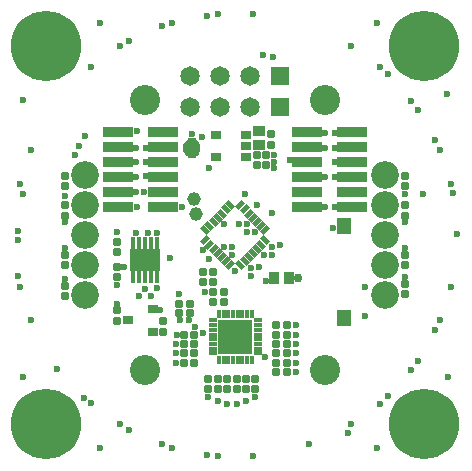
<source format=gts>
G04*
G04 #@! TF.GenerationSoftware,Altium Limited,Altium Designer,20.0.9 (164)*
G04*
G04 Layer_Color=8388736*
%FSLAX25Y25*%
%MOIN*%
G70*
G01*
G75*
%ADD31R,0.10039X0.03583*%
%ADD32R,0.03091X0.03091*%
%ADD33R,0.04528X0.05512*%
G04:AMPARAMS|DCode=34|XSize=26.38mil|YSize=27.95mil|CornerRadius=8.07mil|HoleSize=0mil|Usage=FLASHONLY|Rotation=0.000|XOffset=0mil|YOffset=0mil|HoleType=Round|Shape=RoundedRectangle|*
%AMROUNDEDRECTD34*
21,1,0.02638,0.01181,0,0,0.0*
21,1,0.01024,0.02795,0,0,0.0*
1,1,0.01614,0.00512,-0.00591*
1,1,0.01614,-0.00512,-0.00591*
1,1,0.01614,-0.00512,0.00591*
1,1,0.01614,0.00512,0.00591*
%
%ADD34ROUNDEDRECTD34*%
%ADD35C,0.04528*%
G04:AMPARAMS|DCode=36|XSize=26.38mil|YSize=27.95mil|CornerRadius=8.07mil|HoleSize=0mil|Usage=FLASHONLY|Rotation=90.000|XOffset=0mil|YOffset=0mil|HoleType=Round|Shape=RoundedRectangle|*
%AMROUNDEDRECTD36*
21,1,0.02638,0.01181,0,0,90.0*
21,1,0.01024,0.02795,0,0,90.0*
1,1,0.01614,0.00591,0.00512*
1,1,0.01614,0.00591,-0.00512*
1,1,0.01614,-0.00591,-0.00512*
1,1,0.01614,-0.00591,0.00512*
%
%ADD36ROUNDEDRECTD36*%
%ADD37R,0.04134X0.03425*%
%ADD38R,0.03740X0.02756*%
G04:AMPARAMS|DCode=39|XSize=29.53mil|YSize=17.72mil|CornerRadius=0mil|HoleSize=0mil|Usage=FLASHONLY|Rotation=135.000|XOffset=0mil|YOffset=0mil|HoleType=Round|Shape=Rectangle|*
%AMROTATEDRECTD39*
4,1,4,0.01670,-0.00418,0.00418,-0.01670,-0.01670,0.00418,-0.00418,0.01670,0.01670,-0.00418,0.0*
%
%ADD39ROTATEDRECTD39*%

G04:AMPARAMS|DCode=40|XSize=29.53mil|YSize=17.72mil|CornerRadius=0mil|HoleSize=0mil|Usage=FLASHONLY|Rotation=45.000|XOffset=0mil|YOffset=0mil|HoleType=Round|Shape=Rectangle|*
%AMROTATEDRECTD40*
4,1,4,-0.00418,-0.01670,-0.01670,-0.00418,0.00418,0.01670,0.01670,0.00418,-0.00418,-0.01670,0.0*
%
%ADD40ROTATEDRECTD40*%

%ADD41R,0.10039X0.07284*%
%ADD42R,0.01772X0.03937*%
%ADD43R,0.11614X0.11614*%
%ADD44R,0.03110X0.01457*%
%ADD45R,0.01457X0.03110*%
%ADD46R,0.03425X0.04134*%
%ADD47R,0.03347X0.02756*%
%ADD48C,0.10039*%
%ADD49C,0.09252*%
%ADD50C,0.06496*%
%ADD51R,0.06496X0.06496*%
%ADD52C,0.02362*%
%ADD53C,0.03347*%
%ADD54C,0.02953*%
%ADD55C,0.23425*%
%ADD56C,0.02559*%
G36*
X-14058Y32180D02*
X-14046D01*
X-14035Y32178D01*
X-14023Y32177D01*
X-14012Y32175D01*
X-14001Y32173D01*
X-13989Y32169D01*
X-13978Y32167D01*
X-13967Y32162D01*
X-13956Y32158D01*
X-13037Y31778D01*
X-13027Y31773D01*
X-13016Y31768D01*
X-13006Y31762D01*
X-12996Y31757D01*
X-12987Y31750D01*
X-12977Y31744D01*
X-12968Y31736D01*
X-12958Y31730D01*
X-12950Y31721D01*
X-12941Y31714D01*
X-12238Y31010D01*
X-12230Y31001D01*
X-12222Y30993D01*
X-12216Y30984D01*
X-12208Y30975D01*
X-12202Y30965D01*
X-12195Y30956D01*
X-12190Y30945D01*
X-12184Y30935D01*
X-12179Y30925D01*
X-12174Y30914D01*
X-11793Y29996D01*
X-11790Y29985D01*
X-11785Y29974D01*
X-11783Y29962D01*
X-11779Y29951D01*
X-11777Y29940D01*
X-11774Y29928D01*
X-11773Y29917D01*
X-11772Y29905D01*
Y29894D01*
X-11771Y29882D01*
Y29385D01*
X-11774Y29338D01*
X-11785Y29293D01*
X-11803Y29250D01*
X-11827Y29211D01*
X-11857Y29175D01*
X-11893Y29145D01*
X-11911Y29134D01*
X-11893Y29122D01*
X-11857Y29092D01*
X-11827Y29057D01*
X-11803Y29017D01*
X-11785Y28974D01*
X-11774Y28929D01*
X-11771Y28883D01*
Y28883D01*
Y28386D01*
X-11772Y28374D01*
Y28362D01*
X-11773Y28351D01*
X-11774Y28339D01*
X-11777Y28328D01*
X-11779Y28316D01*
X-11783Y28305D01*
X-11785Y28294D01*
X-11790Y28283D01*
X-11793Y28272D01*
X-12174Y27353D01*
X-12179Y27343D01*
X-12184Y27332D01*
X-12190Y27322D01*
X-12195Y27312D01*
X-12202Y27303D01*
X-12208Y27293D01*
X-12216Y27284D01*
X-12222Y27274D01*
X-12230Y27266D01*
X-12238Y27257D01*
X-12941Y26554D01*
X-12950Y26546D01*
X-12958Y26538D01*
X-12968Y26531D01*
X-12977Y26524D01*
X-12987Y26518D01*
X-12996Y26511D01*
X-13006Y26506D01*
X-13016Y26500D01*
X-13027Y26495D01*
X-13037Y26490D01*
X-13956Y26109D01*
X-13967Y26106D01*
X-13978Y26101D01*
X-13989Y26098D01*
X-14001Y26095D01*
X-14012Y26093D01*
X-14023Y26090D01*
X-14035Y26089D01*
X-14046Y26088D01*
X-14058D01*
X-14070Y26087D01*
X-15064D01*
X-15076Y26088D01*
X-15088D01*
X-15099Y26089D01*
X-15111Y26090D01*
X-15122Y26093D01*
X-15133Y26095D01*
X-15144Y26098D01*
X-15156Y26101D01*
X-15167Y26106D01*
X-15178Y26109D01*
X-16096Y26490D01*
X-16107Y26495D01*
X-16117Y26500D01*
X-16127Y26506D01*
X-16138Y26511D01*
X-16147Y26518D01*
X-16157Y26524D01*
X-16166Y26531D01*
X-16175Y26538D01*
X-16184Y26546D01*
X-16193Y26554D01*
X-16896Y27257D01*
X-16903Y27266D01*
X-16912Y27274D01*
X-16918Y27284D01*
X-16926Y27293D01*
X-16932Y27303D01*
X-16939Y27312D01*
X-16944Y27322D01*
X-16950Y27332D01*
X-16955Y27343D01*
X-16960Y27353D01*
X-17341Y28272D01*
X-17344Y28283D01*
X-17349Y28294D01*
X-17351Y28305D01*
X-17355Y28316D01*
X-17357Y28328D01*
X-17359Y28339D01*
X-17360Y28351D01*
X-17362Y28362D01*
Y28374D01*
X-17363Y28386D01*
Y28883D01*
X-17359Y28929D01*
X-17349Y28974D01*
X-17331Y29017D01*
X-17307Y29057D01*
X-17276Y29092D01*
X-17241Y29122D01*
X-17222Y29134D01*
X-17241Y29145D01*
X-17276Y29175D01*
X-17307Y29211D01*
X-17331Y29250D01*
X-17349Y29293D01*
X-17359Y29338D01*
X-17363Y29385D01*
Y29882D01*
X-17362Y29894D01*
Y29905D01*
X-17360Y29917D01*
X-17359Y29928D01*
X-17357Y29940D01*
X-17355Y29951D01*
X-17351Y29962D01*
X-17349Y29974D01*
X-17344Y29985D01*
X-17341Y29996D01*
X-16960Y30914D01*
X-16955Y30925D01*
X-16950Y30935D01*
X-16944Y30945D01*
X-16939Y30956D01*
X-16932Y30965D01*
X-16926Y30975D01*
X-16918Y30984D01*
X-16912Y30993D01*
X-16903Y31001D01*
X-16896Y31010D01*
X-16193Y31714D01*
X-16184Y31721D01*
X-16175Y31730D01*
X-16166Y31736D01*
X-16157Y31744D01*
X-16147Y31750D01*
X-16138Y31757D01*
X-16127Y31762D01*
X-16117Y31768D01*
X-16107Y31773D01*
X-16096Y31778D01*
X-15178Y32158D01*
X-15167Y32162D01*
X-15156Y32167D01*
X-15144Y32169D01*
X-15133Y32173D01*
X-15122Y32175D01*
X-15111Y32177D01*
X-15099Y32178D01*
X-15088Y32180D01*
X-15076D01*
X-15064Y32181D01*
X-14070D01*
X-14058Y32180D01*
D02*
G37*
D31*
X-24020Y9386D02*
D03*
X-39020D02*
D03*
X-24020Y14386D02*
D03*
X-39020D02*
D03*
X-24020Y19386D02*
D03*
X-39020D02*
D03*
X-24020Y24386D02*
D03*
X-39020D02*
D03*
X-24020Y29386D02*
D03*
X-39020D02*
D03*
X-24020Y34386D02*
D03*
X-39020D02*
D03*
X38980Y9386D02*
D03*
X23980D02*
D03*
X38980Y14386D02*
D03*
X23980D02*
D03*
X38980Y19386D02*
D03*
X23980D02*
D03*
X38980Y24386D02*
D03*
X23980D02*
D03*
X38980Y29386D02*
D03*
X23980D02*
D03*
X38980Y34386D02*
D03*
X23980D02*
D03*
D32*
X-14567Y27134D02*
D03*
Y31134D02*
D03*
D33*
X36220Y3051D02*
D03*
X36220Y-27461D02*
D03*
D34*
X17087Y-42520D02*
D03*
X13622D02*
D03*
X17087Y-39370D02*
D03*
X13622D02*
D03*
X17087Y-45669D02*
D03*
X13622D02*
D03*
X17087Y-36220D02*
D03*
X13622D02*
D03*
X17087Y-33071D02*
D03*
X13622D02*
D03*
X17087Y-29921D02*
D03*
X13622D02*
D03*
X-18661Y-25984D02*
D03*
X-15197D02*
D03*
X-18661Y-22835D02*
D03*
X-15197D02*
D03*
X-13622Y-33071D02*
D03*
X-17087D02*
D03*
X-13622Y-42520D02*
D03*
X-17087D02*
D03*
X-13622Y-39370D02*
D03*
X-17087D02*
D03*
X-13622Y-36220D02*
D03*
X-17087D02*
D03*
D35*
X-12992Y7087D02*
D03*
X-13780Y12205D02*
D03*
D36*
X-39370Y-2205D02*
D03*
Y-5669D02*
D03*
Y-13937D02*
D03*
Y-10472D02*
D03*
X10340Y23321D02*
D03*
Y26785D02*
D03*
X7191Y23321D02*
D03*
Y26785D02*
D03*
X11915Y33636D02*
D03*
Y30171D02*
D03*
X-10630Y-12047D02*
D03*
Y-15512D02*
D03*
X-7480D02*
D03*
Y-12047D02*
D03*
X-3937Y-22205D02*
D03*
Y-18740D02*
D03*
X-7480Y-22205D02*
D03*
Y-18740D02*
D03*
X6693Y-47874D02*
D03*
Y-51339D02*
D03*
X3543Y-47874D02*
D03*
Y-51339D02*
D03*
X394Y-47874D02*
D03*
Y-51339D02*
D03*
X-2756Y-47874D02*
D03*
Y-51339D02*
D03*
X-5906Y-47874D02*
D03*
Y-51339D02*
D03*
X-9055Y-47874D02*
D03*
Y-51339D02*
D03*
X-24016Y-32047D02*
D03*
Y-28583D02*
D03*
X56693Y-16220D02*
D03*
Y-19685D02*
D03*
Y-6535D02*
D03*
Y-10000D02*
D03*
Y6535D02*
D03*
Y10000D02*
D03*
Y16378D02*
D03*
Y19842D02*
D03*
X-39370Y-25039D02*
D03*
Y-28504D02*
D03*
X-56693Y16378D02*
D03*
Y19842D02*
D03*
Y6535D02*
D03*
Y10000D02*
D03*
Y-6535D02*
D03*
Y-10000D02*
D03*
Y-16772D02*
D03*
Y-20236D02*
D03*
D37*
X7978Y34896D02*
D03*
X7978Y30171D02*
D03*
D38*
X3431Y26037D02*
D03*
X3431Y29778D02*
D03*
X3431Y33518D02*
D03*
X-6412Y26037D02*
D03*
X-6412Y33518D02*
D03*
D39*
X-10022Y1670D02*
D03*
X-8630Y3062D02*
D03*
X-7238Y4454D02*
D03*
X-5846Y5846D02*
D03*
X-4454Y7238D02*
D03*
X-3062Y8630D02*
D03*
X-1670Y10022D02*
D03*
X10022Y-1670D02*
D03*
X8630Y-3062D02*
D03*
X7238Y-4454D02*
D03*
X5846Y-5846D02*
D03*
X4454Y-7238D02*
D03*
X3062Y-8630D02*
D03*
X1670Y-10022D02*
D03*
D40*
Y10022D02*
D03*
X3062Y8630D02*
D03*
X4454Y7238D02*
D03*
X5846Y5846D02*
D03*
X7238Y4454D02*
D03*
X8630Y3062D02*
D03*
X10022Y1670D02*
D03*
X-1670Y-10022D02*
D03*
X-3062Y-8630D02*
D03*
X-4454Y-7238D02*
D03*
X-5846Y-5846D02*
D03*
X-7238Y-4454D02*
D03*
X-8630Y-3062D02*
D03*
X-10022Y-1670D02*
D03*
D41*
X-30118Y-8268D02*
D03*
D42*
X-34055Y-2559D02*
D03*
X-32087D02*
D03*
X-30118D02*
D03*
X-28150D02*
D03*
X-26181D02*
D03*
Y-13976D02*
D03*
X-28150D02*
D03*
X-30118D02*
D03*
X-32087D02*
D03*
X-34055D02*
D03*
D43*
X0Y-33858D02*
D03*
D44*
X-7579Y-39370D02*
D03*
Y-37795D02*
D03*
Y-36220D02*
D03*
Y-34646D02*
D03*
Y-33071D02*
D03*
Y-31496D02*
D03*
Y-29921D02*
D03*
Y-28346D02*
D03*
X7579D02*
D03*
Y-29921D02*
D03*
Y-31496D02*
D03*
Y-33071D02*
D03*
Y-34646D02*
D03*
Y-36220D02*
D03*
Y-37795D02*
D03*
Y-39370D02*
D03*
D45*
X-5512Y-26280D02*
D03*
X-3937D02*
D03*
X-2362D02*
D03*
X-787D02*
D03*
X787D02*
D03*
X2362D02*
D03*
X3937D02*
D03*
X5512D02*
D03*
Y-41437D02*
D03*
X3937D02*
D03*
X2362D02*
D03*
X787D02*
D03*
X-787D02*
D03*
X-2362D02*
D03*
X-3937D02*
D03*
X-5512D02*
D03*
D46*
X17717Y-14173D02*
D03*
X12992Y-14173D02*
D03*
D47*
X-35630Y-28346D02*
D03*
X-27362Y-24606D02*
D03*
Y-32087D02*
D03*
D48*
X30000Y45000D02*
D03*
X-30000D02*
D03*
Y-45000D02*
D03*
X30000D02*
D03*
D49*
X50000Y-20000D02*
D03*
X-50000Y-10000D02*
D03*
Y0D02*
D03*
X50000Y20000D02*
D03*
X-50000D02*
D03*
X50000Y10000D02*
D03*
Y-10000D02*
D03*
X-50000Y10000D02*
D03*
Y-20000D02*
D03*
X50000Y0D02*
D03*
D50*
X-15039Y42731D02*
D03*
X-5039Y42731D02*
D03*
X4961D02*
D03*
X-15039Y52967D02*
D03*
X-5039D02*
D03*
X4961D02*
D03*
D51*
X14961Y42731D02*
D03*
Y52967D02*
D03*
D52*
X-25984Y787D02*
D03*
X-39370Y1181D02*
D03*
X12940Y22330D02*
D03*
X12992Y24409D02*
D03*
X-29796Y19767D02*
D03*
X47244Y70866D02*
D03*
X70472Y47244D02*
D03*
X70866Y-47244D02*
D03*
X47244Y-70866D02*
D03*
X-45276D02*
D03*
X-70866Y-47244D02*
D03*
Y45276D02*
D03*
X-45276Y70866D02*
D03*
X12205Y7480D02*
D03*
X7087Y10236D02*
D03*
X3150Y13780D02*
D03*
X-8661Y22441D02*
D03*
X-11024Y32677D02*
D03*
X43307Y-17323D02*
D03*
Y-26772D02*
D03*
X12598Y59449D02*
D03*
X9055Y60236D02*
D03*
X62598Y13780D02*
D03*
X-18504Y-28346D02*
D03*
X-15354D02*
D03*
X-13386Y-30709D02*
D03*
X-18801Y-19537D02*
D03*
X-8661Y-7874D02*
D03*
X5195Y-13471D02*
D03*
X7831Y-10666D02*
D03*
X5261Y-10901D02*
D03*
X-26149Y-17697D02*
D03*
X-28185Y-20129D02*
D03*
X-32167Y-20120D02*
D03*
X-30169Y-17728D02*
D03*
X-21654Y-7480D02*
D03*
X0Y-11811D02*
D03*
X10236Y-15354D02*
D03*
X-30315Y14567D02*
D03*
X18110Y25197D02*
D03*
X-14567Y33827D02*
D03*
X29921Y29134D02*
D03*
X33071D02*
D03*
X29921Y19291D02*
D03*
X33071Y24409D02*
D03*
X32677Y2362D02*
D03*
X29921Y9449D02*
D03*
X33071D02*
D03*
Y34252D02*
D03*
X29921D02*
D03*
X-17717Y9449D02*
D03*
X-32677D02*
D03*
X14961Y-3150D02*
D03*
X-1181Y-6693D02*
D03*
Y-3937D02*
D03*
X-33071Y24409D02*
D03*
X9843Y-40551D02*
D03*
X20079Y-45669D02*
D03*
Y-42520D02*
D03*
Y-39370D02*
D03*
Y-36220D02*
D03*
Y-33071D02*
D03*
Y-29921D02*
D03*
X33071Y19291D02*
D03*
X-3937Y3937D02*
D03*
X-10630Y-4724D02*
D03*
X-70866Y13780D02*
D03*
X-72441Y1575D02*
D03*
Y-1575D02*
D03*
X-50456Y-54247D02*
D03*
X-59449Y-44488D02*
D03*
X50760Y-53651D02*
D03*
X74016Y394D02*
D03*
X72441Y14173D02*
D03*
X12978Y26904D02*
D03*
X-32677Y34646D02*
D03*
X1181Y3937D02*
D03*
X3937D02*
D03*
Y1181D02*
D03*
X6693D02*
D03*
X12205Y-6693D02*
D03*
Y-3937D02*
D03*
X9449Y-6693D02*
D03*
X-37008Y-10630D02*
D03*
X-29134Y787D02*
D03*
X-33071D02*
D03*
X-39370Y-16535D02*
D03*
X-29921Y29134D02*
D03*
X-33071D02*
D03*
X-29921Y24409D02*
D03*
X-33071Y14567D02*
D03*
Y19291D02*
D03*
X-3937Y-3937D02*
D03*
X-10236Y-18898D02*
D03*
X-56693Y12992D02*
D03*
X56693Y-13780D02*
D03*
Y-4331D02*
D03*
Y13780D02*
D03*
Y4331D02*
D03*
X-56693Y-14567D02*
D03*
Y-4331D02*
D03*
X-39370Y-22835D02*
D03*
X-56693Y4331D02*
D03*
X37402Y-65748D02*
D03*
X24409Y-69685D02*
D03*
X-10837Y-32677D02*
D03*
X-19291Y-33071D02*
D03*
X-50000Y33071D02*
D03*
X-51995Y29688D02*
D03*
X-53543Y26772D02*
D03*
X-19685Y-36220D02*
D03*
Y-39370D02*
D03*
Y-42520D02*
D03*
X-9055Y-53937D02*
D03*
X-5906Y-55118D02*
D03*
X-2756Y-56299D02*
D03*
X406Y-56165D02*
D03*
X3543Y-55118D02*
D03*
X6693Y-53937D02*
D03*
X48052Y-56090D02*
D03*
X38496Y-63033D02*
D03*
X58663Y-44874D02*
D03*
X66711Y-31697D02*
D03*
X60806Y-41925D02*
D03*
X71844Y-17134D02*
D03*
X68194Y-28367D02*
D03*
X68194Y28367D02*
D03*
X71844Y17134D02*
D03*
X60806Y41925D02*
D03*
X66711Y31697D02*
D03*
X50760Y53651D02*
D03*
X58663Y44874D02*
D03*
X38496Y63033D02*
D03*
X48052Y56090D02*
D03*
X-5906Y73622D02*
D03*
X5906D02*
D03*
X-21083Y70785D02*
D03*
X-9530Y73241D02*
D03*
X-35340Y64855D02*
D03*
X-24550Y69659D02*
D03*
X-48052Y56090D02*
D03*
X-38496Y63033D02*
D03*
X-71844Y17134D02*
D03*
X-68194Y28367D02*
D03*
X-72601Y-13569D02*
D03*
X-68195Y-28355D02*
D03*
X-71845Y-17122D02*
D03*
X-24550Y-69659D02*
D03*
X-35340Y-64855D02*
D03*
X-9530Y-73241D02*
D03*
X-21083Y-70785D02*
D03*
X-5906Y-73622D02*
D03*
X5906D02*
D03*
X-48171Y-55958D02*
D03*
X-38583Y-62992D02*
D03*
X-24969Y-25032D02*
D03*
D53*
X-13780Y12205D02*
D03*
X-12992Y7087D02*
D03*
D54*
X20866Y-14173D02*
D03*
D55*
X62992Y62992D02*
D03*
Y-62992D02*
D03*
X-62991Y-62991D02*
D03*
Y62991D02*
D03*
D56*
X2165Y-31693D02*
D03*
Y-36024D02*
D03*
X-2165Y-31693D02*
D03*
Y-36024D02*
D03*
M02*

</source>
